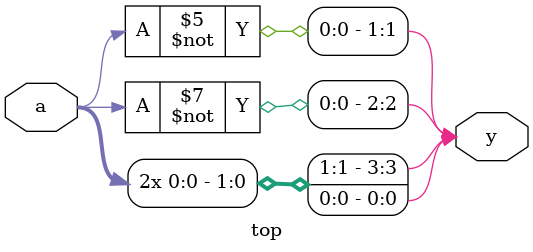
<source format=v>
module top(input a, output [3:0] y);
assign y[0] = a^1'b0;
assign y[1] = 1'b1^a;
assign y[2] = a~^1'b0;
assign y[3] = 1'b1^~a;
endmodule

</source>
